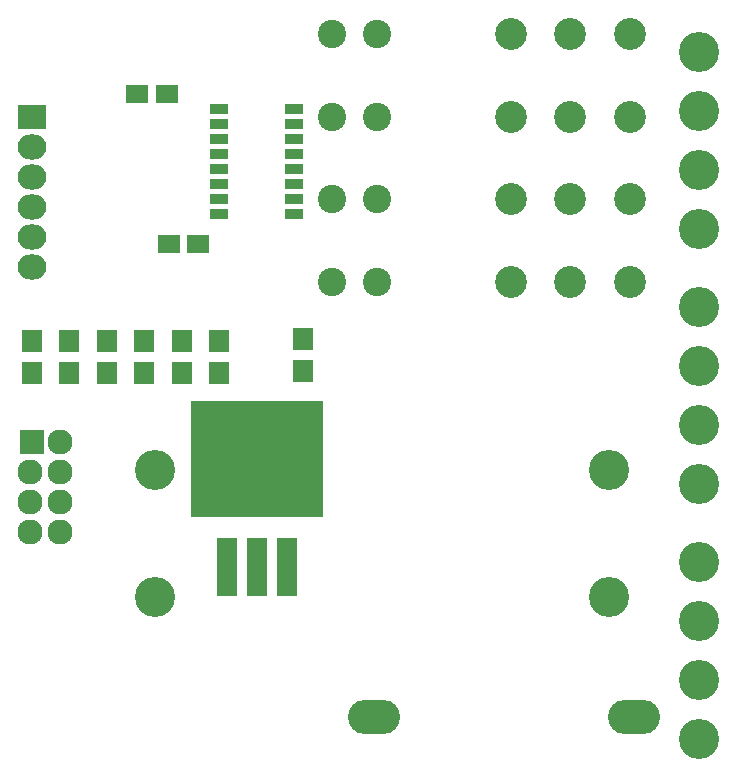
<source format=gbs>
G04 #@! TF.FileFunction,Soldermask,Bot*
%FSLAX46Y46*%
G04 Gerber Fmt 4.6, Leading zero omitted, Abs format (unit mm)*
G04 Created by KiCad (PCBNEW 4.0.2+e4-6225~38~ubuntu14.04.1-stable) date Thu 21 Jul 2016 05:34:04 PM CEST*
%MOMM*%
G01*
G04 APERTURE LIST*
%ADD10C,0.100000*%
%ADD11R,1.900000X1.650000*%
%ADD12O,4.400500X2.899360*%
%ADD13R,2.432000X2.127200*%
%ADD14O,2.432000X2.127200*%
%ADD15R,1.700000X1.900000*%
%ADD16R,1.790000X5.000000*%
%ADD17R,11.200000X9.800000*%
%ADD18R,1.543000X0.908000*%
%ADD19C,3.400000*%
%ADD20C,2.700000*%
%ADD21C,2.400000*%
%ADD22R,2.127200X2.127200*%
%ADD23O,2.127200X2.127200*%
G04 APERTURE END LIST*
D10*
D11*
X188742000Y-102870000D03*
X191242000Y-102870000D03*
X186075000Y-90170000D03*
X188575000Y-90170000D03*
D12*
X228170740Y-142875000D03*
X206169260Y-142875000D03*
D13*
X177165000Y-92075000D03*
D14*
X177165000Y-94615000D03*
X177165000Y-97155000D03*
X177165000Y-99695000D03*
X177165000Y-102235000D03*
X177165000Y-104775000D03*
D15*
X186690000Y-113745000D03*
X186690000Y-111045000D03*
X183515000Y-113745000D03*
X183515000Y-111045000D03*
X189865000Y-113745000D03*
X189865000Y-111045000D03*
X193040000Y-113745000D03*
X193040000Y-111045000D03*
X180340000Y-113745000D03*
X180340000Y-111045000D03*
X177165000Y-113745000D03*
X177165000Y-111045000D03*
X200152000Y-113618000D03*
X200152000Y-110918000D03*
D16*
X196215000Y-130175000D03*
D17*
X196215000Y-121025000D03*
D16*
X193675000Y-130175000D03*
X198755000Y-130175000D03*
D18*
X199390000Y-100330000D03*
X199390000Y-97790000D03*
X199390000Y-96520000D03*
X199390000Y-95250000D03*
X199390000Y-93980000D03*
X199390000Y-92710000D03*
X199390000Y-91440000D03*
X193040000Y-91440000D03*
X193040000Y-92710000D03*
X193040000Y-93980000D03*
X193040000Y-95250000D03*
X193040000Y-96520000D03*
X193040000Y-97790000D03*
X193040000Y-99060000D03*
X193040000Y-100330000D03*
X199390000Y-99060000D03*
D19*
X233680000Y-129780000D03*
X233680000Y-134780000D03*
X233680000Y-139780000D03*
X233680000Y-144780000D03*
X233680000Y-108190000D03*
X233680000Y-113190000D03*
X233680000Y-118190000D03*
X233680000Y-123190000D03*
X233680000Y-86600000D03*
X233680000Y-91600000D03*
X233680000Y-96600000D03*
X233680000Y-101600000D03*
X187560000Y-121965000D03*
X226060000Y-121965000D03*
X187560000Y-132715000D03*
X226060000Y-132715000D03*
D20*
X227765000Y-106045000D03*
X222725000Y-106045000D03*
X217685000Y-106045000D03*
D21*
X206345000Y-106045000D03*
X202565000Y-106045000D03*
D20*
X227765000Y-99060000D03*
X222725000Y-99060000D03*
X217685000Y-99060000D03*
D21*
X206345000Y-99060000D03*
X202565000Y-99060000D03*
D20*
X227765000Y-92075000D03*
X222725000Y-92075000D03*
X217685000Y-92075000D03*
D21*
X206345000Y-92075000D03*
X202565000Y-92075000D03*
D20*
X227765000Y-85090000D03*
X222725000Y-85090000D03*
X217685000Y-85090000D03*
D21*
X206345000Y-85090000D03*
X202565000Y-85090000D03*
D22*
X177165000Y-119634000D03*
D23*
X179578000Y-119634000D03*
X177038000Y-122174000D03*
X179578000Y-122174000D03*
X177038000Y-124714000D03*
X179578000Y-124714000D03*
X177038000Y-127254000D03*
X179578000Y-127254000D03*
M02*

</source>
